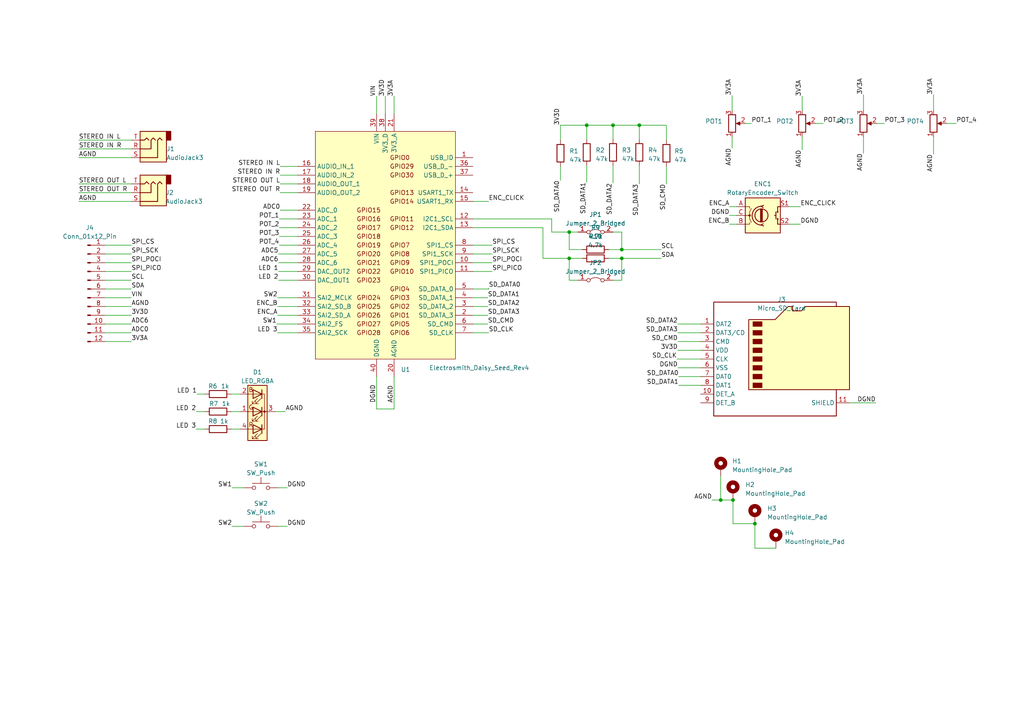
<source format=kicad_sch>
(kicad_sch (version 20230121) (generator eeschema)
  (paper "A4")
  (title_block (title "Tusensköna") (date "2023-06-06") (rev "1") (company "Björn Eriksson"))
  (lib_symbols
    (symbol "Connector:Conn_01x12_Pin" (pin_names (offset 1.016) hide)
      (property "Reference" "J" (at 0 15.24 0))
      (property "Value" "Conn_01x12_Pin" (at 0 -17.78 0))
      (symbol "Conn_01x12_Pin_1_1"
        (polyline (pts (xy 1.27 -15.24) (xy 0.8636 -15.24)) (stroke (width 0.1524)))
        (polyline (pts (xy 1.27 -12.7) (xy 0.8636 -12.7)) (stroke (width 0.1524)))
        (polyline (pts (xy 1.27 -10.16) (xy 0.8636 -10.16)) (stroke (width 0.1524)))
        (polyline (pts (xy 1.27 -7.62) (xy 0.8636 -7.62)) (stroke (width 0.1524)))
        (polyline (pts (xy 1.27 -5.08) (xy 0.8636 -5.08)) (stroke (width 0.1524)))
        (polyline (pts (xy 1.27 -2.54) (xy 0.8636 -2.54)) (stroke (width 0.1524)))
        (polyline (pts (xy 1.27 0) (xy 0.8636 0)) (stroke (width 0.1524)))
        (polyline (pts (xy 1.27 2.54) (xy 0.8636 2.54)) (stroke (width 0.1524)))
        (polyline (pts (xy 1.27 5.08) (xy 0.8636 5.08)) (stroke (width 0.1524)))
        (polyline (pts (xy 1.27 7.62) (xy 0.8636 7.62)) (stroke (width 0.1524)))
        (polyline (pts (xy 1.27 10.16) (xy 0.8636 10.16)) (stroke (width 0.1524)))
        (polyline (pts (xy 1.27 12.7) (xy 0.8636 12.7)) (stroke (width 0.1524)))
        (rectangle (start 0.8636 -15.113) (end 0 -15.367) (stroke (width 0.1524)) (fill (type outline)))
        (rectangle (start 0.8636 -12.573) (end 0 -12.827) (stroke (width 0.1524)) (fill (type outline)))
        (rectangle (start 0.8636 -10.033) (end 0 -10.287) (stroke (width 0.1524)) (fill (type outline)))
        (rectangle (start 0.8636 -7.493) (end 0 -7.747) (stroke (width 0.1524)) (fill (type outline)))
        (rectangle (start 0.8636 -4.953) (end 0 -5.207) (stroke (width 0.1524)) (fill (type outline)))
        (rectangle (start 0.8636 -2.413) (end 0 -2.667) (stroke (width 0.1524)) (fill (type outline)))
        (rectangle (start 0.8636 0.127) (end 0 -0.127) (stroke (width 0.1524)) (fill (type outline)))
        (rectangle (start 0.8636 2.667) (end 0 2.413) (stroke (width 0.1524)) (fill (type outline)))
        (rectangle (start 0.8636 5.207) (end 0 4.953) (stroke (width 0.1524)) (fill (type outline)))
        (rectangle (start 0.8636 7.747) (end 0 7.493) (stroke (width 0.1524)) (fill (type outline)))
        (rectangle (start 0.8636 10.287) (end 0 10.033) (stroke (width 0.1524)) (fill (type outline)))
        (rectangle (start 0.8636 12.827) (end 0 12.573) (stroke (width 0.1524)) (fill (type outline)))
        (pin passive line (at 5.08 12.7 180) (length 3.81) (name "Pin_1") (number "1"))
        (pin passive line (at 5.08 -10.16 180) (length 3.81) (name "Pin_10") (number "10"))
        (pin passive line (at 5.08 -12.7 180) (length 3.81) (name "Pin_11") (number "11"))
        (pin passive line (at 5.08 -15.24 180) (length 3.81) (name "Pin_12") (number "12"))
        (pin passive line (at 5.08 10.16 180) (length 3.81) (name "Pin_2") (number "2"))
        (pin passive line (at 5.08 7.62 180) (length 3.81) (name "Pin_3") (number "3"))
        (pin passive line (at 5.08 5.08 180) (length 3.81) (name "Pin_4") (number "4"))
        (pin passive line (at 5.08 2.54 180) (length 3.81) (name "Pin_5") (number "5"))
        (pin passive line (at 5.08 0 180) (length 3.81) (name "Pin_6") (number "6"))
        (pin passive line (at 5.08 -2.54 180) (length 3.81) (name "Pin_7") (number "7"))
        (pin passive line (at 5.08 -5.08 180) (length 3.81) (name "Pin_8") (number "8"))
        (pin passive line (at 5.08 -7.62 180) (length 3.81) (name "Pin_9") (number "9"))
      )
    )
    (symbol "Connector:Micro_SD_Card_Det2"
      (property "Reference" "J" (at -16.51 17.78 0))
      (property "Value" "Micro_SD_Card_Det2" (at 16.51 17.78 0))
      (symbol "Micro_SD_Card_Det2_0_1"
        (rectangle (start -7.62 -6.985) (end -5.08 -8.255) (stroke (width 0.254)) (fill (type outline)))
        (rectangle (start -7.62 -4.445) (end -5.08 -5.715) (stroke (width 0.254)) (fill (type outline)))
        (rectangle (start -7.62 -1.905) (end -5.08 -3.175) (stroke (width 0.254)) (fill (type outline)))
        (rectangle (start -7.62 0.635) (end -5.08 -0.635) (stroke (width 0.254)) (fill (type outline)))
        (rectangle (start -7.62 3.175) (end -5.08 1.905) (stroke (width 0.254)) (fill (type outline)))
        (rectangle (start -7.62 5.715) (end -5.08 4.445) (stroke (width 0.254)) (fill (type outline)))
        (rectangle (start -7.62 8.255) (end -5.08 6.985) (stroke (width 0.254)) (fill (type outline)))
        (rectangle (start -7.62 10.795) (end -5.08 9.525) (stroke (width 0.254)) (fill (type outline)))
        (polyline (pts (xy 16.51 15.24) (xy 16.51 16.51) (xy -19.05 16.51) (xy -19.05 -16.51) (xy 16.51 -16.51) (xy 16.51 -8.89)) (stroke (width 0.254)))
        (polyline (pts (xy -8.89 -8.89) (xy -8.89 11.43) (xy -1.27 11.43) (xy 2.54 15.24) (xy 3.81 15.24) (xy 3.81 13.97) (xy 6.35 13.97) (xy 7.62 15.24) (xy 20.32 15.24) (xy 20.32 -8.89) (xy -8.89 -8.89)) (stroke (width 0.254)) (fill (type background)))
      )
      (symbol "Micro_SD_Card_Det2_1_1"
        (pin bidirectional line (at -22.86 10.16 0) (length 3.81) (name "DAT2") (number "1"))
        (pin passive line (at -22.86 -10.16 0) (length 3.81) (name "DET_A") (number "10"))
        (pin passive line (at 20.32 -12.7 180) (length 3.81) (name "SHIELD") (number "11"))
        (pin bidirectional line (at -22.86 7.62 0) (length 3.81) (name "DAT3/CD") (number "2"))
        (pin input line (at -22.86 5.08 0) (length 3.81) (name "CMD") (number "3"))
        (pin power_in line (at -22.86 2.54 0) (length 3.81) (name "VDD") (number "4"))
        (pin input line (at -22.86 0 0) (length 3.81) (name "CLK") (number "5"))
        (pin power_in line (at -22.86 -2.54 0) (length 3.81) (name "VSS") (number "6"))
        (pin bidirectional line (at -22.86 -5.08 0) (length 3.81) (name "DAT0") (number "7"))
        (pin bidirectional line (at -22.86 -7.62 0) (length 3.81) (name "DAT1") (number "8"))
        (pin passive line (at -22.86 -12.7 0) (length 3.81) (name "DET_B") (number "9"))
      )
    )
    (symbol "Connector_Audio:AudioJack3"
      (property "Reference" "J" (at 0 8.89 0))
      (property "Value" "AudioJack3" (at 0 6.35 0))
      (symbol "AudioJack3_0_1"
        (rectangle (start -5.08 -5.08) (end -6.35 -2.54) (stroke (width 0.254)) (fill (type outline)))
        (polyline (pts (xy 0 -2.54) (xy 0.635 -3.175) (xy 1.27 -2.54) (xy 2.54 -2.54)) (stroke (width 0.254)))
        (polyline (pts (xy -1.905 -2.54) (xy -1.27 -3.175) (xy -0.635 -2.54) (xy -0.635 0) (xy 2.54 0)) (stroke (width 0.254)))
        (polyline (pts (xy 2.54 2.54) (xy -2.54 2.54) (xy -2.54 -2.54) (xy -3.175 -3.175) (xy -3.81 -2.54)) (stroke (width 0.254)))
        (rectangle (start 2.54 3.81) (end -5.08 -5.08) (stroke (width 0.254)) (fill (type background)))
      )
      (symbol "AudioJack3_1_1"
        (pin passive line (at 5.08 0 180) (length 2.54) (name "~") (number "R"))
        (pin passive line (at 5.08 2.54 180) (length 2.54) (name "~") (number "S"))
        (pin passive line (at 5.08 -2.54 180) (length 2.54) (name "~") (number "T"))
      )
    )
    (symbol "Device:LED_GBKR" (pin_names (offset 0) hide)
      (property "Reference" "D" (at 0 9.398 0))
      (property "Value" "LED_GBKR" (at 0 -8.89 0))
      (symbol "LED_GBKR_0_0"
        (text "B" (at 1.905 -6.35 0) (effects (font (size 1.27 1.27))))
        (text "G" (at 1.905 -1.27 0) (effects (font (size 1.27 1.27))))
        (text "R" (at 1.905 3.81 0) (effects (font (size 1.27 1.27))))
      )
      (symbol "LED_GBKR_0_1"
        (circle (center -2.032 0) (radius 0.254) (fill (type outline)))
        (polyline (pts (xy -1.27 -5.08) (xy 1.27 -5.08)))
        (polyline (pts (xy -1.27 -3.81) (xy -1.27 -6.35)) (stroke (width 0.254)))
        (polyline (pts (xy -1.27 0) (xy -2.54 0)))
        (polyline (pts (xy -1.27 1.27) (xy -1.27 -1.27)) (stroke (width 0.254)))
        (polyline (pts (xy -1.27 5.08) (xy 1.27 5.08)))
        (polyline (pts (xy -1.27 6.35) (xy -1.27 3.81)) (stroke (width 0.254)))
        (polyline (pts (xy 1.27 -5.08) (xy 2.54 -5.08)))
        (polyline (pts (xy 1.27 0) (xy -1.27 0)))
        (polyline (pts (xy 1.27 0) (xy 2.54 0)))
        (polyline (pts (xy 1.27 5.08) (xy 2.54 5.08)))
        (polyline (pts (xy -1.27 1.27) (xy -1.27 -1.27) (xy -1.27 -1.27)))
        (polyline (pts (xy -1.27 6.35) (xy -1.27 3.81) (xy -1.27 3.81)))
        (polyline (pts (xy -1.27 5.08) (xy -2.032 5.08) (xy -2.032 -5.08) (xy -1.016 -5.08)))
        (polyline (pts (xy 1.27 -3.81) (xy 1.27 -6.35) (xy -1.27 -5.08) (xy 1.27 -3.81)) (stroke (width 0.254)))
        (polyline (pts (xy 1.27 1.27) (xy 1.27 -1.27) (xy -1.27 0) (xy 1.27 1.27)) (stroke (width 0.254)))
        (polyline (pts (xy 1.27 6.35) (xy 1.27 3.81) (xy -1.27 5.08) (xy 1.27 6.35)) (stroke (width 0.254)))
        (polyline (pts (xy -1.016 -3.81) (xy 0.508 -2.286) (xy -0.254 -2.286) (xy 0.508 -2.286) (xy 0.508 -3.048)))
        (polyline (pts (xy -1.016 1.27) (xy 0.508 2.794) (xy -0.254 2.794) (xy 0.508 2.794) (xy 0.508 2.032)))
        (polyline (pts (xy -1.016 6.35) (xy 0.508 7.874) (xy -0.254 7.874) (xy 0.508 7.874) (xy 0.508 7.112)))
        (polyline (pts (xy 0 -3.81) (xy 1.524 -2.286) (xy 0.762 -2.286) (xy 1.524 -2.286) (xy 1.524 -3.048)))
        (polyline (pts (xy 0 1.27) (xy 1.524 2.794) (xy 0.762 2.794) (xy 1.524 2.794) (xy 1.524 2.032)))
        (polyline (pts (xy 0 6.35) (xy 1.524 7.874) (xy 0.762 7.874) (xy 1.524 7.874) (xy 1.524 7.112)))
        (rectangle (start 1.27 -1.27) (end 1.27 1.27))
        (rectangle (start 1.27 1.27) (end 1.27 1.27))
        (rectangle (start 1.27 3.81) (end 1.27 6.35))
        (rectangle (start 1.27 6.35) (end 1.27 6.35))
        (rectangle (start 2.794 8.382) (end -2.794 -7.62) (stroke (width 0.254)) (fill (type background)))
      )
      (symbol "LED_GBKR_1_1"
        (pin passive line (at 5.08 0 180) (length 2.54) (name "GA") (number "1"))
        (pin passive line (at 5.08 -5.08 180) (length 2.54) (name "BA") (number "2"))
        (pin passive line (at -5.08 0 0) (length 2.54) (name "K") (number "3"))
        (pin passive line (at 5.08 5.08 180) (length 2.54) (name "RA") (number "4"))
      )
    )
    (symbol "Device:R" (pin_numbers hide) (pin_names (offset 0))
      (property "Reference" "R" (at 2.032 0 90))
      (property "Value" "R" (at 0 0 90))
      (symbol "R_0_1"
        (rectangle (start -1.016 -2.54) (end 1.016 2.54) (stroke (width 0.254)))
      )
      (symbol "R_1_1"
        (pin passive line (at 0 3.81 270) (length 1.27) (name "~") (number "1"))
        (pin passive line (at 0 -3.81 90) (length 1.27) (name "~") (number "2"))
      )
    )
    (symbol "Device:R_Potentiometer" (pin_names (offset 1.016) hide)
      (property "Reference" "RV" (at -4.445 0 90))
      (property "Value" "R_Potentiometer" (at -2.54 0 90))
      (symbol "R_Potentiometer_0_1"
        (polyline (pts (xy 2.54 0) (xy 1.524 0)))
        (polyline (pts (xy 1.143 0) (xy 2.286 0.508) (xy 2.286 -0.508) (xy 1.143 0)) (fill (type outline)))
        (rectangle (start 1.016 2.54) (end -1.016 -2.54) (stroke (width 0.254)))
      )
      (symbol "R_Potentiometer_1_1"
        (pin passive line (at 0 3.81 270) (length 1.27) (name "1") (number "1"))
        (pin passive line (at 3.81 0 180) (length 1.27) (name "2") (number "2"))
        (pin passive line (at 0 -3.81 90) (length 1.27) (name "3") (number "3"))
      )
    )
    (symbol "Device:RotaryEncoder_Switch" (pin_names (offset 0.254) hide)
      (property "Reference" "SW" (at 0 6.604 0))
      (property "Value" "RotaryEncoder_Switch" (at 0 -6.604 0))
      (symbol "RotaryEncoder_Switch_0_1"
        (rectangle (start -5.08 5.08) (end 5.08 -5.08) (stroke (width 0.254)) (fill (type background)))
        (circle (center -3.81 0) (radius 0.254) (fill (type outline)))
        (circle (center -0.381 0) (radius 1.905) (stroke (width 0.254)))
        (arc (start -0.381 2.667) (mid -3.0988 -0.0635) (end -0.381 -2.794) (stroke (width 0.254)))
        (polyline (pts (xy -0.635 -1.778) (xy -0.635 1.778)) (stroke (width 0.254)))
        (polyline (pts (xy -0.381 -1.778) (xy -0.381 1.778)) (stroke (width 0.254)))
        (polyline (pts (xy -0.127 1.778) (xy -0.127 -1.778)) (stroke (width 0.254)))
        (polyline (pts (xy 3.81 0) (xy 3.429 0)) (stroke (width 0.254)))
        (polyline (pts (xy 3.81 1.016) (xy 3.81 -1.016)) (stroke (width 0.254)))
        (polyline (pts (xy -5.08 -2.54) (xy -3.81 -2.54) (xy -3.81 -2.032)))
        (polyline (pts (xy -5.08 2.54) (xy -3.81 2.54) (xy -3.81 2.032)))
        (polyline (pts (xy 0.254 -3.048) (xy -0.508 -2.794) (xy 0.127 -2.413)) (stroke (width 0.254)))
        (polyline (pts (xy 0.254 2.921) (xy -0.508 2.667) (xy 0.127 2.286)) (stroke (width 0.254)))
        (polyline (pts (xy 5.08 -2.54) (xy 4.318 -2.54) (xy 4.318 -1.016)) (stroke (width 0.254)))
        (polyline (pts (xy 5.08 2.54) (xy 4.318 2.54) (xy 4.318 1.016)) (stroke (width 0.254)))
        (polyline (pts (xy -5.08 0) (xy -3.81 0) (xy -3.81 -1.016) (xy -3.302 -2.032)))
        (polyline (pts (xy -4.318 0) (xy -3.81 0) (xy -3.81 1.016) (xy -3.302 2.032)))
        (circle (center 4.318 -1.016) (radius 0.127) (stroke (width 0.254)))
        (circle (center 4.318 1.016) (radius 0.127) (stroke (width 0.254)))
      )
      (symbol "RotaryEncoder_Switch_1_1"
        (pin passive line (at -7.62 2.54 0) (length 2.54) (name "A") (number "A"))
        (pin passive line (at -7.62 -2.54 0) (length 2.54) (name "B") (number "B"))
        (pin passive line (at -7.62 0 0) (length 2.54) (name "C") (number "C"))
        (pin passive line (at 7.62 2.54 180) (length 2.54) (name "S1") (number "S1"))
        (pin passive line (at 7.62 -2.54 180) (length 2.54) (name "S2") (number "S2"))
      )
    )
    (symbol "Jumper:Jumper_2_Bridged" (pin_names (offset 0) hide)
      (property "Reference" "JP" (at 0 1.905 0))
      (property "Value" "Jumper_2_Bridged" (at 0 -2.54 0))
      (symbol "Jumper_2_Bridged_0_0"
        (circle (center -2.032 0) (radius 0.508))
        (circle (center 2.032 0) (radius 0.508))
      )
      (symbol "Jumper_2_Bridged_0_1"
        (arc (start 1.524 0.254) (mid 0 0.762) (end -1.524 0.254))
      )
      (symbol "Jumper_2_Bridged_1_1"
        (pin passive line (at -5.08 0 0) (length 2.54) (name "A") (number "1"))
        (pin passive line (at 5.08 0 180) (length 2.54) (name "B") (number "2"))
      )
    )
    (symbol "MCU_Module:Electrosmith_Daisy_Seed_Rev4"
      (property "Reference" "A" (at -20.32 34.29 0))
      (property "Value" "Electrosmith_Daisy_Seed_Rev4" (at 33.02 34.29 0))
      (symbol "Electrosmith_Daisy_Seed_Rev4_0_0"
        (text "GPIO0" (at 1.27 25.4 0) (effects (font (size 1.27 1.27)) (justify left)))
        (text "GPIO1" (at 1.27 -20.32 0) (effects (font (size 1.27 1.27)) (justify left)))
        (text "GPIO10" (at 1.27 -7.62 0) (effects (font (size 1.27 1.27)) (justify left)))
        (text "GPIO11" (at 1.27 7.62 0) (effects (font (size 1.27 1.27)) (justify left)))
        (text "GPIO12" (at 1.27 5.08 0) (effects (font (size 1.27 1.27)) (justify left)))
        (text "GPIO13" (at 1.27 15.24 0) (effects (font (size 1.27 1.27)) (justify left)))
        (text "GPIO14" (at 1.27 12.7 0) (effects (font (size 1.27 1.27)) (justify left)))
        (text "GPIO15" (at -1.27 10.16 0) (effects (font (size 1.27 1.27)) (justify right)))
        (text "GPIO16" (at -1.27 7.62 0) (effects (font (size 1.27 1.27)) (justify right)))
        (text "GPIO17" (at -1.27 5.08 0) (effects (font (size 1.27 1.27)) (justify right)))
        (text "GPIO18" (at -1.27 2.54 0) (effects (font (size 1.27 1.27)) (justify right)))
        (text "GPIO19" (at -1.27 0 0) (effects (font (size 1.27 1.27)) (justify right)))
        (text "GPIO2" (at 1.27 -17.78 0) (effects (font (size 1.27 1.27)) (justify left)))
        (text "GPIO20" (at -1.27 -2.54 0) (effects (font (size 1.27 1.27)) (justify right)))
        (text "GPIO21" (at -1.27 -5.08 0) (effects (font (size 1.27 1.27)) (justify right)))
        (text "GPIO22" (at -1.27 -7.62 0) (effects (font (size 1.27 1.27)) (justify right)))
        (text "GPIO23" (at -1.27 -10.16 0) (effects (font (size 1.27 1.27)) (justify right)))
        (text "GPIO24" (at -1.27 -15.24 0) (effects (font (size 1.27 1.27)) (justify right)))
        (text "GPIO25" (at -1.27 -17.78 0) (effects (font (size 1.27 1.27)) (justify right)))
        (text "GPIO26" (at -1.27 -20.32 0) (effects (font (size 1.27 1.27)) (justify right)))
        (text "GPIO27" (at -1.27 -22.86 0) (effects (font (size 1.27 1.27)) (justify right)))
        (text "GPIO28" (at -1.27 -25.4 0) (effects (font (size 1.27 1.27)) (justify right)))
        (text "GPIO29" (at 1.27 22.86 0) (effects (font (size 1.27 1.27)) (justify left)))
        (text "GPIO3" (at 1.27 -15.24 0) (effects (font (size 1.27 1.27)) (justify left)))
        (text "GPIO30" (at 1.27 20.32 0) (effects (font (size 1.27 1.27)) (justify left)))
        (text "GPIO4" (at 1.27 -12.7 0) (effects (font (size 1.27 1.27)) (justify left)))
        (text "GPIO5" (at 1.27 -22.86 0) (effects (font (size 1.27 1.27)) (justify left)))
        (text "GPIO6" (at 1.27 -25.4 0) (effects (font (size 1.27 1.27)) (justify left)))
        (text "GPIO7" (at 1.27 0 0) (effects (font (size 1.27 1.27)) (justify left)))
        (text "GPIO8" (at 1.27 -2.54 0) (effects (font (size 1.27 1.27)) (justify left)))
        (text "GPIO9" (at 1.27 -5.08 0) (effects (font (size 1.27 1.27)) (justify left)))
        (pin bidirectional line (at 25.4 25.4 180) (length 5.08) (name "USB_ID") (number "1"))
        (pin bidirectional line (at 25.4 -5.08 180) (length 5.08) (name "SPI1_POCI") (number "10"))
        (pin bidirectional line (at 25.4 -7.62 180) (length 5.08) (name "SPI1_PICO") (number "11"))
        (pin bidirectional line (at 25.4 7.62 180) (length 5.08) (name "I2C1_SCL") (number "12"))
        (pin bidirectional line (at 25.4 5.08 180) (length 5.08) (name "I2C1_SDA") (number "13"))
        (pin bidirectional line (at 25.4 15.24 180) (length 5.08) (name "USART1_TX") (number "14"))
        (pin bidirectional line (at 25.4 12.7 180) (length 5.08) (name "USART1_RX") (number "15"))
        (pin input line (at -25.4 22.86 0) (length 5.08) (name "AUDIO_IN_1") (number "16"))
        (pin input line (at -25.4 20.32 0) (length 5.08) (name "AUDIO_IN_2") (number "17"))
        (pin output line (at -25.4 17.78 0) (length 5.08) (name "AUDIO_OUT_1") (number "18"))
        (pin output line (at -25.4 15.24 0) (length 5.08) (name "AUDIO_OUT_2") (number "19"))
        (pin bidirectional line (at 25.4 -20.32 180) (length 5.08) (name "SD_DATA_3") (number "2"))
        (pin power_in line (at 2.54 -38.1 90) (length 5.08) (name "AGND") (number "20"))
        (pin power_out line (at 2.54 38.1 270) (length 5.08) (name "3V3_A") (number "21"))
        (pin bidirectional line (at -25.4 10.16 0) (length 5.08) (name "ADC_0") (number "22"))
        (pin bidirectional line (at -25.4 7.62 0) (length 5.08) (name "ADC_1") (number "23"))
        (pin bidirectional line (at -25.4 5.08 0) (length 5.08) (name "ADC_2") (number "24"))
        (pin bidirectional line (at -25.4 2.54 0) (length 5.08) (name "ADC_3") (number "25"))
        (pin bidirectional line (at -25.4 0 0) (length 5.08) (name "ADC_4") (number "26"))
        (pin bidirectional line (at -25.4 -2.54 0) (length 5.08) (name "ADC_5") (number "27"))
        (pin bidirectional line (at -25.4 -5.08 0) (length 5.08) (name "ADC_6") (number "28"))
        (pin bidirectional line (at -25.4 -7.62 0) (length 5.08) (name "DAC_OUT2") (number "29"))
        (pin bidirectional line (at 25.4 -17.78 180) (length 5.08) (name "SD_DATA_2") (number "3"))
        (pin bidirectional line (at -25.4 -10.16 0) (length 5.08) (name "DAC_OUT1") (number "30"))
        (pin bidirectional line (at -25.4 -15.24 0) (length 5.08) (name "SAI2_MCLK") (number "31"))
        (pin bidirectional line (at -25.4 -17.78 0) (length 5.08) (name "SAI2_SD_B") (number "32"))
        (pin bidirectional line (at -25.4 -20.32 0) (length 5.08) (name "SAI2_SD_A") (number "33"))
        (pin bidirectional line (at -25.4 -22.86 0) (length 5.08) (name "SAI2_FS") (number "34"))
        (pin bidirectional line (at -25.4 -25.4 0) (length 5.08) (name "SAI2_SCK") (number "35"))
        (pin bidirectional line (at 25.4 22.86 180) (length 5.08) (name "USB_D_-") (number "36"))
        (pin bidirectional line (at 25.4 20.32 180) (length 5.08) (name "USB_D_+") (number "37"))
        (pin power_out line (at 0 38.1 270) (length 5.08) (name "3V3_D") (number "38"))
        (pin power_in line (at -2.54 38.1 270) (length 5.08) (name "VIN") (number "39"))
        (pin bidirectional line (at 25.4 -15.24 180) (length 5.08) (name "SD_DATA_1") (number "4"))
        (pin power_in line (at -2.54 -38.1 90) (length 5.08) (name "DGND") (number "40"))
        (pin bidirectional line (at 25.4 -12.7 180) (length 5.08) (name "SD_DATA_0") (number "5"))
        (pin bidirectional line (at 25.4 -22.86 180) (length 5.08) (name "SD_CMD") (number "6"))
        (pin bidirectional line (at 25.4 -25.4 180) (length 5.08) (name "SD_CLK") (number "7"))
        (pin bidirectional line (at 25.4 0 180) (length 5.08) (name "SPI1_CS") (number "8"))
        (pin bidirectional line (at 25.4 -2.54 180) (length 5.08) (name "SPI1_SCK") (number "9"))
      )
      (symbol "Electrosmith_Daisy_Seed_Rev4_0_1"
        (rectangle (start -20.32 33.02) (end 20.32 -33.02) (fill (type background)))
      )
    )
    (symbol "Mechanical:MountingHole_Pad" (pin_numbers hide) (pin_names (offset 1.016) hide)
      (property "Reference" "H" (at 0 6.35 0))
      (property "Value" "MountingHole_Pad" (at 0 4.445 0))
      (symbol "MountingHole_Pad_0_1"
        (circle (center 0 1.27) (radius 1.27) (stroke (width 1.27)))
      )
      (symbol "MountingHole_Pad_1_1"
        (pin input line (at 0 -2.54 90) (length 2.54) (name "1") (number "1"))
      )
    )
    (symbol "Switch:SW_Push" (pin_numbers hide) (pin_names (offset 1.016) hide)
      (property "Reference" "SW" (at 1.27 2.54 0))
      (property "Value" "SW_Push" (at 0 -1.524 0))
      (symbol "SW_Push_0_1"
        (circle (center -2.032 0) (radius 0.508))
        (polyline (pts (xy 0 1.27) (xy 0 3.048)))
        (polyline (pts (xy 2.54 1.27) (xy -2.54 1.27)))
        (circle (center 2.032 0) (radius 0.508))
        (pin passive line (at -5.08 0 0) (length 2.54) (name "1") (number "1"))
        (pin passive line (at 5.08 0 180) (length 2.54) (name "2") (number "2"))
      )
    )
  )
  (junction (at 165.1 74.93))
  (junction (at 212.598 145.034))
  (junction (at 218.948 151.892))
  (junction (at 180.34 72.39))
  (junction (at 185.42 36.322))
  (junction (at 180.34 74.93))
  (junction (at 177.8 36.322))
  (junction (at 170.18 36.322))
  (junction (at 165.1 67.31))
  (junction (at 209.042 145.034))
  (wire (pts (xy 177.8 48.006) (xy 177.8 53.086)))
  (wire (pts (xy 30.48 83.82) (xy 38.1 83.82)))
  (wire (pts (xy 160.02 63.5) (xy 160.02 67.31)))
  (wire (pts (xy 196.596 96.52) (xy 203.2 96.52)))
  (wire (pts (xy 196.85 109.22) (xy 203.2 109.22)))
  (wire (pts (xy 137.16 73.66) (xy 142.748 73.66)))
  (wire (pts (xy 22.86 58.42) (xy 38.1 58.42)))
  (wire (pts (xy 81.28 53.34) (xy 86.36 53.34)))
  (wire (pts (xy 109.22 118.618) (xy 114.3 118.618)))
  (wire (pts (xy 137.16 88.9) (xy 141.478 88.9)))
  (wire (pts (xy 196.596 99.06) (xy 203.2 99.06)))
  (wire (pts (xy 225.044 159.004) (xy 218.948 159.004)))
  (wire (pts (xy 177.8 81.28) (xy 180.34 81.28)))
  (wire (pts (xy 250.444 27.432) (xy 250.444 32.004)))
  (wire (pts (xy 30.48 73.66) (xy 38.1 73.66)))
  (wire (pts (xy 193.294 40.64) (xy 193.294 36.322)))
  (wire (pts (xy 168.91 72.39) (xy 165.1 72.39)))
  (wire (pts (xy 209.042 138.176) (xy 209.042 145.034)))
  (wire (pts (xy 165.1 74.93) (xy 165.1 81.28)))
  (wire (pts (xy 81.026 68.58) (xy 86.36 68.58)))
  (wire (pts (xy 176.53 74.93) (xy 180.34 74.93)))
  (wire (pts (xy 67.056 119.38) (xy 69.596 119.38)))
  (wire (pts (xy 206.502 145.034) (xy 209.042 145.034)))
  (wire (pts (xy 180.34 74.93) (xy 191.77 74.93)))
  (wire (pts (xy 211.582 62.484) (xy 213.614 62.484)))
  (wire (pts (xy 137.16 66.04) (xy 157.48 66.04)))
  (wire (pts (xy 165.1 72.39) (xy 165.1 67.31)))
  (wire (pts (xy 80.772 73.66) (xy 86.36 73.66)))
  (wire (pts (xy 81.026 71.12) (xy 86.36 71.12)))
  (wire (pts (xy 80.772 141.478) (xy 83.312 141.478)))
  (wire (pts (xy 177.8 40.386) (xy 177.8 36.322)))
  (wire (pts (xy 30.48 81.28) (xy 38.1 81.28)))
  (wire (pts (xy 157.48 66.04) (xy 157.48 74.93)))
  (wire (pts (xy 137.16 71.12) (xy 142.748 71.12)))
  (wire (pts (xy 30.48 86.36) (xy 38.1 86.36)))
  (wire (pts (xy 30.48 78.74) (xy 38.1 78.74)))
  (wire (pts (xy 114.3 109.22) (xy 114.3 118.618)))
  (wire (pts (xy 137.16 91.44) (xy 141.478 91.44)))
  (wire (pts (xy 157.48 74.93) (xy 165.1 74.93)))
  (wire (pts (xy 109.22 109.22) (xy 109.22 118.618)))
  (wire (pts (xy 81.026 66.04) (xy 86.36 66.04)))
  (wire (pts (xy 209.042 145.034) (xy 212.598 145.034)))
  (wire (pts (xy 80.772 76.2) (xy 86.36 76.2)))
  (wire (pts (xy 137.16 93.98) (xy 141.478 93.98)))
  (wire (pts (xy 180.34 81.28) (xy 180.34 74.93)))
  (wire (pts (xy 228.854 59.944) (xy 232.156 59.944)))
  (wire (pts (xy 22.86 55.88) (xy 38.1 55.88)))
  (wire (pts (xy 165.1 67.31) (xy 167.64 67.31)))
  (wire (pts (xy 80.518 88.9) (xy 86.36 88.9)))
  (wire (pts (xy 228.854 65.024) (xy 232.156 65.024)))
  (wire (pts (xy 81.026 63.5) (xy 86.36 63.5)))
  (wire (pts (xy 232.664 27.94) (xy 232.664 32.004)))
  (wire (pts (xy 137.16 58.42) (xy 141.732 58.42)))
  (wire (pts (xy 30.48 99.06) (xy 38.1 99.06)))
  (wire (pts (xy 56.896 124.46) (xy 59.436 124.46)))
  (wire (pts (xy 67.31 141.478) (xy 70.612 141.478)))
  (wire (pts (xy 80.772 81.28) (xy 86.36 81.28)))
  (wire (pts (xy 30.48 91.44) (xy 38.1 91.44)))
  (wire (pts (xy 232.664 39.624) (xy 232.664 43.434)))
  (wire (pts (xy 212.344 39.624) (xy 212.344 42.926)))
  (wire (pts (xy 114.3 27.94) (xy 114.3 33.02)))
  (wire (pts (xy 212.598 151.892) (xy 212.598 145.034)))
  (wire (pts (xy 137.16 78.74) (xy 142.748 78.74)))
  (wire (pts (xy 270.764 27.432) (xy 270.764 32.004)))
  (wire (pts (xy 30.48 88.9) (xy 38.1 88.9)))
  (wire (pts (xy 109.22 27.94) (xy 109.22 33.02)))
  (wire (pts (xy 22.86 43.18) (xy 38.1 43.18)))
  (wire (pts (xy 180.34 67.31) (xy 180.34 72.39)))
  (wire (pts (xy 162.56 36.322) (xy 162.56 40.64)))
  (wire (pts (xy 196.596 101.6) (xy 203.2 101.6)))
  (wire (pts (xy 137.16 83.82) (xy 141.732 83.82)))
  (wire (pts (xy 218.948 159.004) (xy 218.948 151.892)))
  (wire (pts (xy 80.772 152.654) (xy 83.312 152.654)))
  (wire (pts (xy 67.056 124.46) (xy 69.596 124.46)))
  (wire (pts (xy 216.154 35.814) (xy 217.932 35.814)))
  (wire (pts (xy 211.582 59.944) (xy 213.614 59.944)))
  (wire (pts (xy 177.8 67.31) (xy 180.34 67.31)))
  (wire (pts (xy 180.34 72.39) (xy 191.77 72.39)))
  (wire (pts (xy 137.16 63.5) (xy 160.02 63.5)))
  (wire (pts (xy 79.756 119.38) (xy 82.804 119.38)))
  (wire (pts (xy 185.42 36.322) (xy 193.294 36.322)))
  (wire (pts (xy 170.18 48.006) (xy 170.18 52.832)))
  (wire (pts (xy 177.8 36.322) (xy 185.42 36.322)))
  (wire (pts (xy 22.86 40.64) (xy 38.1 40.64)))
  (wire (pts (xy 162.56 48.26) (xy 162.56 52.324)))
  (wire (pts (xy 193.294 48.26) (xy 193.294 53.34)))
  (wire (pts (xy 196.596 93.98) (xy 203.2 93.98)))
  (wire (pts (xy 22.86 45.72) (xy 38.1 45.72)))
  (wire (pts (xy 270.764 39.624) (xy 270.764 44.704)))
  (wire (pts (xy 170.18 40.386) (xy 170.18 36.322)))
  (wire (pts (xy 254.254 35.814) (xy 256.54 35.814)))
  (wire (pts (xy 196.85 111.76) (xy 203.2 111.76)))
  (wire (pts (xy 137.16 96.52) (xy 141.732 96.52)))
  (wire (pts (xy 246.38 116.84) (xy 254 116.84)))
  (wire (pts (xy 250.444 39.624) (xy 250.444 44.45)))
  (wire (pts (xy 196.596 106.68) (xy 203.2 106.68)))
  (wire (pts (xy 212.344 27.686) (xy 212.344 32.004)))
  (wire (pts (xy 185.42 40.386) (xy 185.42 36.322)))
  (wire (pts (xy 141.732 83.566) (xy 141.732 83.82)))
  (wire (pts (xy 137.16 76.2) (xy 142.748 76.2)))
  (wire (pts (xy 177.8 36.322) (xy 170.18 36.322)))
  (wire (pts (xy 111.76 27.94) (xy 111.76 33.02)))
  (wire (pts (xy 236.474 35.814) (xy 238.76 35.814)))
  (wire (pts (xy 160.02 67.31) (xy 165.1 67.31)))
  (wire (pts (xy 176.53 72.39) (xy 180.34 72.39)))
  (wire (pts (xy 56.896 119.38) (xy 59.436 119.38)))
  (wire (pts (xy 80.264 93.98) (xy 86.36 93.98)))
  (wire (pts (xy 196.342 104.14) (xy 203.2 104.14)))
  (wire (pts (xy 81.28 50.8) (xy 86.36 50.8)))
  (wire (pts (xy 81.28 55.88) (xy 86.36 55.88)))
  (wire (pts (xy 30.48 93.98) (xy 38.1 93.98)))
  (wire (pts (xy 30.48 71.12) (xy 38.1 71.12)))
  (wire (pts (xy 67.31 152.654) (xy 70.612 152.654)))
  (wire (pts (xy 81.28 60.96) (xy 86.36 60.96)))
  (wire (pts (xy 80.772 78.74) (xy 86.36 78.74)))
  (wire (pts (xy 80.518 96.52) (xy 86.36 96.52)))
  (wire (pts (xy 30.48 96.52) (xy 38.1 96.52)))
  (wire (pts (xy 57.15 114.3) (xy 59.436 114.3)))
  (wire (pts (xy 274.574 35.814) (xy 277.368 35.814)))
  (wire (pts (xy 30.48 76.2) (xy 38.1 76.2)))
  (wire (pts (xy 165.1 81.28) (xy 167.64 81.28)))
  (wire (pts (xy 67.056 114.3) (xy 69.596 114.3)))
  (wire (pts (xy 185.42 48.006) (xy 185.42 53.34)))
  (wire (pts (xy 137.16 86.36) (xy 141.478 86.36)))
  (wire (pts (xy 170.18 36.322) (xy 162.56 36.322)))
  (wire (pts (xy 81.28 48.26) (xy 86.36 48.26)))
  (wire (pts (xy 80.518 91.44) (xy 86.36 91.44)))
  (wire (pts (xy 211.582 65.024) (xy 213.614 65.024)))
  (wire (pts (xy 22.86 53.34) (xy 38.1 53.34)))
  (wire (pts (xy 80.518 86.36) (xy 86.36 86.36)))
  (wire (pts (xy 165.1 74.93) (xy 168.91 74.93)))
  (wire (pts (xy 218.948 151.892) (xy 212.598 151.892)))
  (label "POT_2" (at 238.76 35.814 0))
  (label "ENC_A" (at 211.582 59.944 180))
  (label "ADC5" (at 80.772 73.66 180))
  (label "SDA" (at 38.1 83.82 0))
  (label "SD_DATA1" (at 196.85 111.76 180))
  (label "SD_DATA3" (at 196.596 96.52 180))
  (label "SPI_PICO" (at 38.1 78.74 0))
  (label "SD_DATA1" (at 170.18 52.832 270))
  (label "AGND" (at 232.664 43.434 270))
  (label "DGND" (at 83.312 152.654 0))
  (label "AGND" (at 114.3 116.84 90))
  (label "STEREO IN L" (at 81.28 48.26 180))
  (label "SD_CMD" (at 141.478 93.98 0))
  (label "LED 2" (at 56.896 119.38 180))
  (label "ADC0" (at 38.1 96.52 0))
  (label "3V3A" (at 38.1 99.06 0))
  (label "ENC_CLICK" (at 232.156 59.944 0))
  (label "ENC_B" (at 211.582 65.024 180))
  (label "SPI_CS" (at 142.748 71.12 0))
  (label "POT_1" (at 217.932 35.814 0))
  (label "3V3A" (at 114.3 27.94 90))
  (label "SW1" (at 67.31 141.478 180))
  (label "SPI_PICO" (at 142.748 78.74 0))
  (label "SD_CMD" (at 193.294 53.34 270))
  (label "ADC6" (at 38.1 93.98 0))
  (label "SPI_CS" (at 38.1 71.12 0))
  (label "SD_DATA3" (at 141.478 91.44 0))
  (label "STEREO IN L" (at 22.86 40.64 0))
  (label "AGND" (at 22.86 45.72 0))
  (label "SD_DATA0" (at 196.85 109.22 180))
  (label "SPI_POCI" (at 142.748 76.2 0))
  (label "SD_CMD" (at 196.596 99.06 180))
  (label "AGND" (at 22.86 58.42 0))
  (label "SPI_SCK" (at 38.1 73.66 0))
  (label "3V3A" (at 270.764 27.432 90))
  (label "ADC6" (at 80.772 76.2 180))
  (label "AGND" (at 270.764 44.704 270))
  (label "AGND" (at 82.804 119.38 0))
  (label "SD_CLK" (at 141.732 96.52 0))
  (label "STEREO OUT L" (at 81.28 53.34 180))
  (label "LED 1" (at 57.15 114.3 180))
  (label "SCL" (at 38.1 81.28 0))
  (label "SPI_SCK" (at 142.748 73.66 0))
  (label "SD_DATA0" (at 141.732 83.566 0))
  (label "STEREO OUT R" (at 81.28 55.88 180))
  (label "SD_DATA3" (at 185.42 53.34 270))
  (label "POT_2" (at 81.026 66.04 180))
  (label "LED 2" (at 80.772 81.28 180))
  (label "DGND" (at 232.156 65.024 0))
  (label "AGND" (at 206.502 145.034 180))
  (label "SW2" (at 67.31 152.654 180))
  (label "VIN" (at 38.1 86.36 0))
  (label "STEREO IN R" (at 81.28 50.8 180))
  (label "DGND" (at 254 116.84 180))
  (label "DGND" (at 83.312 141.478 0))
  (label "SD_DATA0" (at 162.56 52.324 270))
  (label "AGND" (at 250.444 44.45 270))
  (label "LED 3" (at 56.896 124.46 180))
  (label "SPI_POCI" (at 38.1 76.2 0))
  (label "3V3A" (at 212.344 27.686 90))
  (label "ENC_A" (at 80.518 91.44 180))
  (label "AGND" (at 212.344 42.926 270))
  (label "AGND" (at 38.1 88.9 0))
  (label "POT_4" (at 81.026 71.12 180))
  (label "SD_DATA2" (at 196.596 93.98 180))
  (label "3V3D" (at 162.56 36.322 90))
  (label "SD_CLK" (at 196.342 104.14 180))
  (label "POT_3" (at 256.54 35.814 0))
  (label "SD_DATA2" (at 177.8 53.086 270))
  (label "3V3D" (at 196.596 101.6 180))
  (label "SW1" (at 80.264 93.98 180))
  (label "3V3D" (at 111.76 27.94 90))
  (label "ADC0" (at 81.28 60.96 180))
  (label "3V3A" (at 250.444 27.432 90))
  (label "ENC_CLICK" (at 141.732 58.42 0))
  (label "3V3A" (at 232.664 27.94 90))
  (label "LED 3" (at 80.518 96.52 180))
  (label "DGND" (at 109.22 116.84 90))
  (label "STEREO OUT R" (at 22.86 55.88 0))
  (label "SD_DATA2" (at 141.478 88.9 0))
  (label "SD_DATA1" (at 141.478 86.36 0))
  (label "STEREO OUT L" (at 22.86 53.34 0))
  (label "DGND" (at 196.596 106.68 180))
  (label "SDA" (at 191.77 74.93 0))
  (label "DGND" (at 211.582 62.484 180))
  (label "SW2" (at 80.518 86.36 180))
  (label "SCL" (at 191.77 72.39 0))
  (label "VIN" (at 109.22 27.94 90))
  (label "3V3D" (at 38.1 91.44 0))
  (label "POT_1" (at 81.026 63.5 180))
  (label "LED 1" (at 80.772 78.74 180))
  (label "POT_3" (at 81.026 68.58 180))
  (label "POT_4" (at 277.368 35.814 0))
  (label "STEREO IN R" (at 22.86 43.18 0))
  (label "ENC_B" (at 80.518 88.9 180))
  (symbol (lib_id "Device:R") (at 63.246 124.46 90) (unit 1)
    (property "Reference" "R8" (at 61.722 122.174 90))
    (property "Value" "1k" (at 65.024 122.174 90))
    (property "Footprint" "Resistor_SMD:R_0805_2012Metric" (effects hide))
  )
  (symbol (lib_id "Device:R_Potentiometer") (at 212.344 35.814 0) (mirror x) (unit 1)
    (property "Reference" "POT1" (at 209.55 35.179 0) (effects (justify right)))
    (property "Value" "R_Potentiometer" (effects hide))
    (property "Footprint" "Potentiometer_THT:Potentiometer_Alps_RK09K_Single_Vertical" (effects hide))
  )
  (symbol (lib_id "Device:R_Potentiometer") (at 250.444 35.814 0) (mirror x) (unit 1)
    (property "Reference" "POT3" (at 247.65 35.179 0) (effects (justify right)))
    (property "Value" "R_Potentiometer" (effects hide))
    (property "Footprint" "Potentiometer_THT:Potentiometer_Alps_RK09K_Single_Vertical" (effects hide))
  )
  (symbol (lib_id "Device:R") (at 172.72 72.39 90) (unit 1)
    (property "Reference" "R9" (at 172.72 66.04 90))
    (property "Value" "4.7k" (at 172.72 68.58 90))
    (property "Footprint" "Resistor_SMD:R_0805_2012Metric" (effects hide))
  )
  (symbol (lib_id "Device:RotaryEncoder_Switch") (at 221.234 62.484 0) (unit 1)
    (property "Reference" "ENC1" (at 221.234 53.34 0))
    (property "Value" "RotaryEncoder_Switch" (at 221.234 55.88 0))
    (property "Footprint" "Rotary_Encoder:RotaryEncoder_Bourns_Vertical_PEC12R-3xxxF-Sxxxx" (effects hide))
  )
  (symbol (lib_id "Device:R") (at 162.56 44.45 0) (unit 1)
    (property "Reference" "R1" (at 165.1 43.815 0) (effects (justify left)))
    (property "Value" "47k" (at 165.1 46.355 0) (effects (justify left)))
    (property "Footprint" "Resistor_SMD:R_0805_2012Metric" (effects hide))
  )
  (symbol (lib_id "Device:R") (at 177.8 44.196 0) (unit 1)
    (property "Reference" "R3" (at 180.34 43.561 0) (effects (justify left)))
    (property "Value" "47k" (at 180.34 46.101 0) (effects (justify left)))
    (property "Footprint" "Resistor_SMD:R_0805_2012Metric" (effects hide))
  )
  (symbol (lib_id "Connector:Conn_01x12_Pin") (at 25.4 83.82 0) (unit 1)
    (property "Reference" "J4" (at 26.035 66.04 0))
    (property "Value" "Conn_01x12_Pin" (at 26.035 68.58 0))
    (property "Footprint" "Connector_PinHeader_2.54mm:PinHeader_1x12_P2.54mm_Vertical" (effects hide))
  )
  (symbol (lib_id "Device:R_Potentiometer") (at 270.764 35.814 0) (mirror x) (unit 1)
    (property "Reference" "POT4" (at 267.97 35.179 0) (effects (justify right)))
    (property "Value" "R_Potentiometer" (effects hide))
    (property "Footprint" "Potentiometer_THT:Potentiometer_Alps_RK09K_Single_Vertical" (effects hide))
  )
  (symbol (lib_id "Device:R") (at 170.18 44.196 0) (unit 1)
    (property "Reference" "R2" (at 172.72 43.561 0) (effects (justify left)))
    (property "Value" "47k" (at 172.72 46.101 0) (effects (justify left)))
    (property "Footprint" "Resistor_SMD:R_0805_2012Metric" (effects hide))
  )
  (symbol (lib_id "Device:R") (at 172.72 74.93 90) (unit 1)
    (property "Reference" "R10" (at 172.72 68.58 90))
    (property "Value" "4.7k" (at 172.72 71.12 90))
    (property "Footprint" "Resistor_SMD:R_0805_2012Metric" (effects hide))
  )
  (symbol (lib_id "Switch:SW_Push") (at 75.692 152.654 0) (unit 1)
    (property "Reference" "SW2" (at 75.692 146.05 0))
    (property "Value" "SW_Push" (at 75.692 148.59 0))
    (property "Footprint" "Button_Switch_THT:SW_PUSH_6mm" (effects hide))
  )
  (symbol (lib_id "Device:R") (at 63.246 119.38 90) (mirror x) (unit 1)
    (property "Reference" "R7" (at 61.976 117.094 90))
    (property "Value" "1k" (at 65.532 117.094 90))
    (property "Footprint" "Resistor_SMD:R_0805_2012Metric" (effects hide))
  )
  (symbol (lib_id "Device:R") (at 63.246 114.3 90) (unit 1)
    (property "Reference" "R6" (at 61.722 112.014 90))
    (property "Value" "1k" (at 65.278 112.014 90))
    (property "Footprint" "Resistor_SMD:R_0805_2012Metric" (effects hide))
  )
  (symbol (lib_id "Device:R") (at 185.42 44.196 0) (unit 1)
    (property "Reference" "R4" (at 187.96 43.561 0) (effects (justify left)))
    (property "Value" "47k" (at 187.96 46.101 0) (effects (justify left)))
    (property "Footprint" "Resistor_SMD:R_0805_2012Metric" (effects hide))
  )
  (symbol (lib_id "Mechanical:MountingHole_Pad") (at 225.044 156.464 0) (unit 1)
    (property "Reference" "H4" (at 227.584 154.559 0) (effects (justify left)))
    (property "Value" "MountingHole_Pad" (at 227.584 157.099 0) (effects (justify left)))
    (property "Footprint" "MountingHole:MountingHole_3.2mm_M3_Pad" (effects hide))
  )
  (symbol (lib_id "Device:LED_GBKR") (at 74.676 119.38 180) (unit 1)
    (property "Reference" "D1" (at 74.676 107.95 0))
    (property "Value" "LED_RGBA" (at 74.676 110.49 0))
    (property "Footprint" "LED_THT:LED_D5.0mm-4_RGB" (effects hide))
  )
  (symbol (lib_id "Device:R_Potentiometer") (at 232.664 35.814 0) (mirror x) (unit 1)
    (property "Reference" "POT2" (at 230.124 35.179 0) (effects (justify right)))
    (property "Value" "R_Potentiometer" (effects hide))
    (property "Footprint" "Potentiometer_THT:Potentiometer_Alps_RK09K_Single_Vertical" (effects hide))
  )
  (symbol (lib_id "Connector:Micro_SD_Card_Det2") (at 226.06 104.14 0) (unit 1)
    (property "Reference" "J3" (at 226.695 86.868 0))
    (property "Value" "Micro_SD_Card" (at 226.695 89.408 0))
    (property "Footprint" "Connector_Card:microSD_HC_Hirose_DM3D-SF" (effects hide))
    (property "Datasheet" "https://www.hirose.com/en/product/document?clcode=&productname=&series=DM3&documenttype=Catalog&lang=en&documentid=D49662_en" (effects hide))
  )
  (symbol (lib_id "Mechanical:MountingHole_Pad") (at 209.042 135.636 0) (unit 1)
    (property "Reference" "H1" (at 212.344 133.731 0) (effects (justify left)))
    (property "Value" "MountingHole_Pad" (at 212.344 136.271 0) (effects (justify left)))
    (property "Footprint" "MountingHole:MountingHole_3.2mm_M3_Pad" (effects hide))
  )
  (symbol (lib_id "Mechanical:MountingHole_Pad") (at 212.598 142.494 0) (unit 1)
    (property "Reference" "H2" (at 216.154 140.589 0) (effects (justify left)))
    (property "Value" "MountingHole_Pad" (at 216.154 143.129 0) (effects (justify left)))
    (property "Footprint" "MountingHole:MountingHole_3.2mm_M3_Pad" (effects hide))
  )
  (symbol (lib_id "Jumper:Jumper_2_Bridged") (at 172.72 67.31 0) (unit 1)
    (property "Reference" "JP1" (at 172.72 62.23 0))
    (property "Value" "Jumper_2_Bridged" (at 172.72 64.77 0))
    (property "Footprint" "Connector_PinHeader_2.54mm:PinHeader_1x02_P2.54mm_Vertical" (effects hide))
  )
  (symbol (lib_id "Connector_Audio:AudioJack3") (at 43.18 43.18 180) (unit 1)
    (property "Reference" "J1" (at 48.26 43.18 0) (effects (justify right)))
    (property "Value" "AudioJack3" (at 48.26 45.72 0) (effects (justify right)))
    (property "Footprint" "Connector_Audio:Jack_3.5mm_CUI_SJ1-3533NG_Horizontal_CircularHoles" (effects hide))
  )
  (symbol (lib_id "MCU_Module:Electrosmith_Daisy_Seed_Rev4") (at 111.76 71.12 0) (unit 1)
    (property "Reference" "U1" (at 116.2559 107.188 0) (effects (justify left)))
    (property "Value" "Electrosmith_Daisy_Seed_Rev4" (at 124.46 106.68 0) (effects (justify left)))
    (property "Footprint" "Module:Electrosmith_Daisy_Seed" (effects hide))
    (property "Datasheet" "https://static1.squarespace.com/static/58d03fdc1b10e3bf442567b8/t/6227e6236f02fb68d1577146/1646781988478/Daisy_Seed_datasheet_v1.0.3.pdf" (effects hide))
  )
  (symbol (lib_id "Device:R") (at 193.294 44.45 0) (unit 1)
    (property "Reference" "R5" (at 195.58 43.815 0) (effects (justify left)))
    (property "Value" "47k" (at 195.58 46.355 0) (effects (justify left)))
    (property "Footprint" "Resistor_SMD:R_0805_2012Metric" (effects hide))
  )
  (symbol (lib_id "Jumper:Jumper_2_Bridged") (at 172.72 81.28 0) (unit 1)
    (property "Reference" "JP2" (at 172.72 76.2 0))
    (property "Value" "Jumper_2_Bridged" (at 172.72 78.74 0))
    (property "Footprint" "Connector_PinHeader_2.54mm:PinHeader_1x02_P2.54mm_Vertical" (effects hide))
  )
  (symbol (lib_id "Connector_Audio:AudioJack3") (at 43.18 55.88 180) (unit 1)
    (property "Reference" "J2" (at 48.006 55.88 0) (effects (justify right)))
    (property "Value" "AudioJack3" (at 48.006 58.42 0) (effects (justify right)))
    (property "Footprint" "Connector_Audio:Jack_3.5mm_CUI_SJ1-3533NG_Horizontal_CircularHoles" (effects hide))
  )
  (symbol (lib_id "Mechanical:MountingHole_Pad") (at 218.948 149.352 0) (unit 1)
    (property "Reference" "H3" (at 222.504 147.447 0) (effects (justify left)))
    (property "Value" "MountingHole_Pad" (at 222.504 149.987 0) (effects (justify left)))
    (property "Footprint" "MountingHole:MountingHole_3.2mm_M3_Pad" (effects hide))
  )
  (symbol (lib_id "Switch:SW_Push") (at 75.692 141.478 0) (unit 1)
    (property "Reference" "SW1" (at 75.692 134.62 0))
    (property "Value" "SW_Push" (at 75.692 137.16 0))
    (property "Footprint" "Button_Switch_THT:SW_PUSH_6mm" (effects hide))
  )
)
</source>
